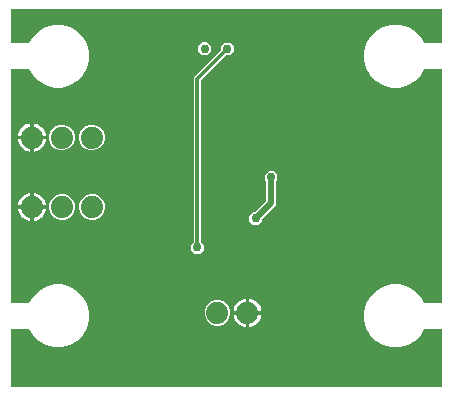
<source format=gbr>
G04 EAGLE Gerber RS-274X export*
G75*
%MOMM*%
%FSLAX34Y34*%
%LPD*%
%INBottom Copper*%
%IPPOS*%
%AMOC8*
5,1,8,0,0,1.08239X$1,22.5*%
G01*
%ADD10C,1.879600*%
%ADD11C,0.756400*%
%ADD12C,0.508000*%
%ADD13C,0.304800*%

G36*
X374898Y10164D02*
X374898Y10164D01*
X374917Y10162D01*
X375019Y10184D01*
X375121Y10200D01*
X375138Y10210D01*
X375158Y10214D01*
X375247Y10267D01*
X375338Y10316D01*
X375352Y10330D01*
X375369Y10340D01*
X375436Y10419D01*
X375508Y10494D01*
X375516Y10512D01*
X375529Y10527D01*
X375568Y10623D01*
X375611Y10717D01*
X375613Y10737D01*
X375621Y10755D01*
X375639Y10922D01*
X375639Y58428D01*
X375636Y58448D01*
X375638Y58467D01*
X375616Y58569D01*
X375600Y58671D01*
X375590Y58688D01*
X375586Y58708D01*
X375533Y58797D01*
X375484Y58888D01*
X375470Y58902D01*
X375460Y58919D01*
X375381Y58986D01*
X375306Y59058D01*
X375288Y59066D01*
X375273Y59079D01*
X375177Y59118D01*
X375083Y59161D01*
X375063Y59163D01*
X375045Y59171D01*
X374878Y59189D01*
X360795Y59189D01*
X360728Y59178D01*
X360660Y59177D01*
X360607Y59159D01*
X360552Y59150D01*
X360492Y59118D01*
X360428Y59095D01*
X360384Y59061D01*
X360335Y59034D01*
X360288Y58986D01*
X360235Y58944D01*
X360188Y58880D01*
X360165Y58856D01*
X360156Y58837D01*
X360135Y58809D01*
X357142Y53624D01*
X352176Y48658D01*
X346095Y45147D01*
X339311Y43329D01*
X332289Y43329D01*
X325505Y45147D01*
X319424Y48658D01*
X314458Y53624D01*
X310947Y59705D01*
X309129Y66489D01*
X309129Y73511D01*
X310947Y80295D01*
X314458Y86376D01*
X319424Y91342D01*
X325505Y94853D01*
X332289Y96671D01*
X339311Y96671D01*
X346095Y94853D01*
X352176Y91342D01*
X357142Y86376D01*
X360135Y81191D01*
X360178Y81139D01*
X360213Y81081D01*
X360256Y81044D01*
X360291Y81001D01*
X360348Y80965D01*
X360400Y80921D01*
X360452Y80900D01*
X360500Y80870D01*
X360565Y80854D01*
X360628Y80829D01*
X360707Y80820D01*
X360739Y80813D01*
X360759Y80815D01*
X360795Y80811D01*
X374878Y80811D01*
X374898Y80814D01*
X374917Y80812D01*
X375019Y80834D01*
X375121Y80850D01*
X375138Y80860D01*
X375158Y80864D01*
X375247Y80917D01*
X375338Y80966D01*
X375352Y80980D01*
X375369Y80990D01*
X375436Y81069D01*
X375508Y81144D01*
X375516Y81162D01*
X375529Y81177D01*
X375568Y81273D01*
X375611Y81367D01*
X375613Y81387D01*
X375621Y81405D01*
X375639Y81572D01*
X375639Y278428D01*
X375636Y278448D01*
X375638Y278467D01*
X375616Y278569D01*
X375600Y278671D01*
X375590Y278688D01*
X375586Y278708D01*
X375533Y278797D01*
X375484Y278888D01*
X375470Y278902D01*
X375460Y278919D01*
X375381Y278986D01*
X375306Y279058D01*
X375288Y279066D01*
X375273Y279079D01*
X375177Y279118D01*
X375083Y279161D01*
X375063Y279163D01*
X375045Y279171D01*
X374878Y279189D01*
X360795Y279189D01*
X360728Y279178D01*
X360660Y279177D01*
X360607Y279159D01*
X360552Y279150D01*
X360492Y279118D01*
X360428Y279095D01*
X360384Y279061D01*
X360335Y279034D01*
X360288Y278986D01*
X360235Y278944D01*
X360188Y278880D01*
X360165Y278856D01*
X360156Y278837D01*
X360135Y278809D01*
X357142Y273624D01*
X352176Y268658D01*
X346095Y265147D01*
X339311Y263329D01*
X332289Y263329D01*
X325505Y265147D01*
X319424Y268658D01*
X314458Y273624D01*
X310947Y279705D01*
X309129Y286489D01*
X309129Y293511D01*
X310947Y300295D01*
X314458Y306376D01*
X319424Y311342D01*
X325505Y314853D01*
X332289Y316671D01*
X339311Y316671D01*
X346095Y314853D01*
X352176Y311342D01*
X357142Y306376D01*
X360135Y301191D01*
X360178Y301139D01*
X360213Y301081D01*
X360256Y301044D01*
X360291Y301001D01*
X360348Y300965D01*
X360400Y300921D01*
X360452Y300900D01*
X360500Y300870D01*
X360565Y300854D01*
X360628Y300829D01*
X360707Y300820D01*
X360739Y300813D01*
X360759Y300815D01*
X360795Y300811D01*
X374878Y300811D01*
X374898Y300814D01*
X374917Y300812D01*
X375019Y300834D01*
X375121Y300850D01*
X375138Y300860D01*
X375158Y300864D01*
X375247Y300917D01*
X375338Y300966D01*
X375352Y300980D01*
X375369Y300990D01*
X375436Y301069D01*
X375508Y301144D01*
X375516Y301162D01*
X375529Y301177D01*
X375568Y301273D01*
X375611Y301367D01*
X375613Y301387D01*
X375621Y301405D01*
X375639Y301572D01*
X375639Y329078D01*
X375636Y329098D01*
X375638Y329117D01*
X375616Y329219D01*
X375600Y329321D01*
X375590Y329338D01*
X375586Y329358D01*
X375533Y329447D01*
X375484Y329538D01*
X375470Y329552D01*
X375460Y329569D01*
X375381Y329636D01*
X375306Y329708D01*
X375288Y329716D01*
X375273Y329729D01*
X375177Y329768D01*
X375083Y329811D01*
X375063Y329813D01*
X375045Y329821D01*
X374878Y329839D01*
X10922Y329839D01*
X10902Y329836D01*
X10883Y329838D01*
X10781Y329816D01*
X10679Y329800D01*
X10662Y329790D01*
X10642Y329786D01*
X10553Y329733D01*
X10462Y329684D01*
X10448Y329670D01*
X10431Y329660D01*
X10364Y329581D01*
X10292Y329506D01*
X10284Y329488D01*
X10271Y329473D01*
X10232Y329377D01*
X10189Y329283D01*
X10187Y329263D01*
X10179Y329245D01*
X10161Y329078D01*
X10161Y301572D01*
X10164Y301552D01*
X10162Y301533D01*
X10184Y301431D01*
X10200Y301329D01*
X10210Y301312D01*
X10214Y301292D01*
X10267Y301203D01*
X10316Y301112D01*
X10330Y301098D01*
X10340Y301081D01*
X10419Y301014D01*
X10494Y300942D01*
X10512Y300934D01*
X10527Y300921D01*
X10623Y300882D01*
X10717Y300839D01*
X10737Y300837D01*
X10755Y300829D01*
X10922Y300811D01*
X25005Y300811D01*
X25072Y300822D01*
X25140Y300823D01*
X25193Y300841D01*
X25248Y300850D01*
X25308Y300882D01*
X25372Y300905D01*
X25416Y300939D01*
X25465Y300966D01*
X25512Y301014D01*
X25565Y301056D01*
X25612Y301120D01*
X25635Y301144D01*
X25644Y301163D01*
X25665Y301191D01*
X28658Y306376D01*
X33624Y311342D01*
X39705Y314853D01*
X46489Y316671D01*
X53511Y316671D01*
X60295Y314853D01*
X66376Y311342D01*
X71342Y306376D01*
X74853Y300295D01*
X76671Y293511D01*
X76671Y286489D01*
X74853Y279705D01*
X71342Y273624D01*
X66376Y268658D01*
X60295Y265147D01*
X53511Y263329D01*
X46489Y263329D01*
X39705Y265147D01*
X33624Y268658D01*
X28658Y273624D01*
X25665Y278809D01*
X25622Y278861D01*
X25587Y278919D01*
X25544Y278956D01*
X25509Y278999D01*
X25452Y279035D01*
X25400Y279079D01*
X25348Y279100D01*
X25300Y279130D01*
X25235Y279146D01*
X25172Y279171D01*
X25093Y279180D01*
X25061Y279187D01*
X25041Y279185D01*
X25005Y279189D01*
X10922Y279189D01*
X10902Y279186D01*
X10883Y279188D01*
X10781Y279166D01*
X10679Y279150D01*
X10662Y279140D01*
X10642Y279136D01*
X10553Y279083D01*
X10462Y279034D01*
X10448Y279020D01*
X10431Y279010D01*
X10364Y278931D01*
X10292Y278856D01*
X10284Y278838D01*
X10271Y278823D01*
X10232Y278727D01*
X10189Y278633D01*
X10187Y278613D01*
X10179Y278595D01*
X10161Y278428D01*
X10161Y81572D01*
X10164Y81552D01*
X10162Y81533D01*
X10184Y81431D01*
X10200Y81329D01*
X10210Y81312D01*
X10214Y81292D01*
X10267Y81203D01*
X10316Y81112D01*
X10330Y81098D01*
X10340Y81081D01*
X10419Y81014D01*
X10494Y80942D01*
X10512Y80934D01*
X10527Y80921D01*
X10623Y80882D01*
X10717Y80839D01*
X10737Y80837D01*
X10755Y80829D01*
X10922Y80811D01*
X25005Y80811D01*
X25072Y80822D01*
X25140Y80823D01*
X25193Y80841D01*
X25248Y80850D01*
X25308Y80882D01*
X25372Y80905D01*
X25416Y80939D01*
X25465Y80966D01*
X25512Y81014D01*
X25565Y81056D01*
X25612Y81120D01*
X25635Y81144D01*
X25644Y81163D01*
X25665Y81191D01*
X28658Y86376D01*
X33624Y91342D01*
X39705Y94853D01*
X46489Y96671D01*
X53511Y96671D01*
X60295Y94853D01*
X66376Y91342D01*
X71342Y86376D01*
X74853Y80295D01*
X76671Y73511D01*
X76671Y66489D01*
X74853Y59705D01*
X71342Y53624D01*
X66376Y48658D01*
X60295Y45147D01*
X53511Y43329D01*
X46489Y43329D01*
X39705Y45147D01*
X33624Y48658D01*
X28658Y53624D01*
X25665Y58809D01*
X25622Y58861D01*
X25587Y58919D01*
X25544Y58956D01*
X25509Y58999D01*
X25452Y59035D01*
X25400Y59079D01*
X25348Y59100D01*
X25300Y59130D01*
X25235Y59146D01*
X25172Y59171D01*
X25093Y59180D01*
X25061Y59187D01*
X25041Y59185D01*
X25005Y59189D01*
X10922Y59189D01*
X10902Y59186D01*
X10883Y59188D01*
X10781Y59166D01*
X10679Y59150D01*
X10662Y59140D01*
X10642Y59136D01*
X10553Y59083D01*
X10462Y59034D01*
X10448Y59020D01*
X10431Y59010D01*
X10364Y58931D01*
X10292Y58856D01*
X10284Y58838D01*
X10271Y58823D01*
X10232Y58727D01*
X10189Y58633D01*
X10187Y58613D01*
X10179Y58595D01*
X10161Y58428D01*
X10161Y10922D01*
X10164Y10902D01*
X10162Y10883D01*
X10184Y10781D01*
X10200Y10679D01*
X10210Y10662D01*
X10214Y10642D01*
X10267Y10553D01*
X10316Y10462D01*
X10330Y10448D01*
X10340Y10431D01*
X10419Y10364D01*
X10494Y10292D01*
X10512Y10284D01*
X10527Y10271D01*
X10623Y10232D01*
X10717Y10189D01*
X10737Y10187D01*
X10755Y10179D01*
X10922Y10161D01*
X374878Y10161D01*
X374898Y10164D01*
G37*
%LPC*%
G36*
X165950Y122709D02*
X165950Y122709D01*
X162841Y125818D01*
X162841Y130214D01*
X164876Y132249D01*
X164929Y132323D01*
X164989Y132393D01*
X165001Y132423D01*
X165020Y132449D01*
X165047Y132536D01*
X165081Y132621D01*
X165085Y132662D01*
X165092Y132684D01*
X165091Y132716D01*
X165099Y132787D01*
X165099Y271773D01*
X188018Y294692D01*
X188071Y294766D01*
X188131Y294835D01*
X188143Y294865D01*
X188162Y294892D01*
X188189Y294979D01*
X188223Y295063D01*
X188227Y295104D01*
X188234Y295127D01*
X188233Y295159D01*
X188241Y295230D01*
X188241Y298108D01*
X191350Y301217D01*
X195746Y301217D01*
X198855Y298108D01*
X198855Y293712D01*
X195746Y290603D01*
X192868Y290603D01*
X192778Y290589D01*
X192687Y290581D01*
X192657Y290569D01*
X192625Y290564D01*
X192545Y290521D01*
X192461Y290485D01*
X192429Y290459D01*
X192408Y290448D01*
X192386Y290425D01*
X192330Y290380D01*
X171420Y269470D01*
X171367Y269396D01*
X171307Y269327D01*
X171295Y269297D01*
X171276Y269270D01*
X171249Y269183D01*
X171215Y269099D01*
X171211Y269058D01*
X171204Y269035D01*
X171205Y269003D01*
X171197Y268932D01*
X171197Y132787D01*
X171211Y132697D01*
X171219Y132606D01*
X171231Y132577D01*
X171236Y132545D01*
X171279Y132464D01*
X171315Y132380D01*
X171341Y132348D01*
X171352Y132327D01*
X171375Y132305D01*
X171420Y132249D01*
X173455Y130214D01*
X173455Y125818D01*
X170346Y122709D01*
X165950Y122709D01*
G37*
%LPD*%
%LPC*%
G36*
X215226Y147347D02*
X215226Y147347D01*
X212117Y150456D01*
X212117Y154852D01*
X215226Y157961D01*
X216667Y157961D01*
X216757Y157975D01*
X216848Y157983D01*
X216878Y157995D01*
X216910Y158000D01*
X216990Y158043D01*
X217074Y158079D01*
X217106Y158105D01*
X217127Y158116D01*
X217149Y158139D01*
X217205Y158184D01*
X226344Y167323D01*
X226397Y167397D01*
X226457Y167466D01*
X226469Y167496D01*
X226488Y167522D01*
X226515Y167609D01*
X226549Y167694D01*
X226553Y167735D01*
X226560Y167758D01*
X226559Y167790D01*
X226567Y167861D01*
X226567Y183697D01*
X226553Y183787D01*
X226545Y183878D01*
X226533Y183907D01*
X226528Y183939D01*
X226485Y184020D01*
X226449Y184104D01*
X226423Y184136D01*
X226412Y184157D01*
X226389Y184179D01*
X226344Y184235D01*
X225325Y185254D01*
X225325Y189650D01*
X228434Y192759D01*
X232830Y192759D01*
X235939Y189650D01*
X235939Y185254D01*
X234920Y184235D01*
X234873Y184170D01*
X234858Y184154D01*
X234854Y184147D01*
X234807Y184091D01*
X234795Y184061D01*
X234776Y184035D01*
X234749Y183948D01*
X234715Y183863D01*
X234711Y183822D01*
X234704Y183800D01*
X234705Y183768D01*
X234697Y183697D01*
X234697Y164178D01*
X222954Y152435D01*
X222901Y152361D01*
X222841Y152292D01*
X222829Y152262D01*
X222810Y152236D01*
X222783Y152149D01*
X222749Y152064D01*
X222745Y152023D01*
X222738Y152000D01*
X222739Y151968D01*
X222731Y151897D01*
X222731Y150456D01*
X219622Y147347D01*
X215226Y147347D01*
G37*
%LPD*%
%LPC*%
G36*
X182993Y61721D02*
X182993Y61721D01*
X178979Y63384D01*
X175906Y66457D01*
X174243Y70471D01*
X174243Y74817D01*
X175906Y78831D01*
X178979Y81904D01*
X182993Y83567D01*
X187339Y83567D01*
X191353Y81904D01*
X194426Y78831D01*
X196089Y74817D01*
X196089Y70471D01*
X194426Y66457D01*
X191353Y63384D01*
X187339Y61721D01*
X182993Y61721D01*
G37*
%LPD*%
%LPC*%
G36*
X76567Y210057D02*
X76567Y210057D01*
X72553Y211720D01*
X69480Y214793D01*
X67817Y218807D01*
X67817Y223153D01*
X69480Y227167D01*
X72553Y230240D01*
X76567Y231903D01*
X80913Y231903D01*
X84927Y230240D01*
X88000Y227167D01*
X89663Y223153D01*
X89663Y218807D01*
X88000Y214793D01*
X84927Y211720D01*
X80913Y210057D01*
X76567Y210057D01*
G37*
%LPD*%
%LPC*%
G36*
X51167Y210057D02*
X51167Y210057D01*
X47153Y211720D01*
X44080Y214793D01*
X42417Y218807D01*
X42417Y223153D01*
X44080Y227167D01*
X47153Y230240D01*
X51167Y231903D01*
X55513Y231903D01*
X59527Y230240D01*
X62600Y227167D01*
X64263Y223153D01*
X64263Y218807D01*
X62600Y214793D01*
X59527Y211720D01*
X55513Y210057D01*
X51167Y210057D01*
G37*
%LPD*%
%LPC*%
G36*
X76821Y151383D02*
X76821Y151383D01*
X72807Y153046D01*
X69734Y156119D01*
X68071Y160133D01*
X68071Y164479D01*
X69734Y168493D01*
X72807Y171566D01*
X76821Y173229D01*
X81167Y173229D01*
X85181Y171566D01*
X88254Y168493D01*
X89917Y164479D01*
X89917Y160133D01*
X88254Y156119D01*
X85181Y153046D01*
X81167Y151383D01*
X76821Y151383D01*
G37*
%LPD*%
%LPC*%
G36*
X51421Y151383D02*
X51421Y151383D01*
X47407Y153046D01*
X44334Y156119D01*
X42671Y160133D01*
X42671Y164479D01*
X44334Y168493D01*
X47407Y171566D01*
X51421Y173229D01*
X55767Y173229D01*
X59781Y171566D01*
X62854Y168493D01*
X64517Y164479D01*
X64517Y160133D01*
X62854Y156119D01*
X59781Y153046D01*
X55767Y151383D01*
X51421Y151383D01*
G37*
%LPD*%
%LPC*%
G36*
X172046Y290857D02*
X172046Y290857D01*
X168937Y293966D01*
X168937Y298362D01*
X172046Y301471D01*
X176442Y301471D01*
X179551Y298362D01*
X179551Y293966D01*
X176442Y290857D01*
X172046Y290857D01*
G37*
%LPD*%
%LPC*%
G36*
X29717Y163829D02*
X29717Y163829D01*
X29717Y174152D01*
X30990Y173951D01*
X32777Y173370D01*
X34451Y172517D01*
X35972Y171412D01*
X37300Y170084D01*
X38405Y168563D01*
X39258Y166889D01*
X39839Y165102D01*
X40040Y163829D01*
X29717Y163829D01*
G37*
%LPD*%
%LPC*%
G36*
X212089Y74167D02*
X212089Y74167D01*
X212089Y84490D01*
X213362Y84289D01*
X215149Y83708D01*
X216823Y82855D01*
X218344Y81750D01*
X219672Y80422D01*
X220777Y78901D01*
X221630Y77227D01*
X222211Y75440D01*
X222412Y74167D01*
X212089Y74167D01*
G37*
%LPD*%
%LPC*%
G36*
X29463Y222503D02*
X29463Y222503D01*
X29463Y232826D01*
X30736Y232625D01*
X32523Y232044D01*
X34197Y231191D01*
X35718Y230086D01*
X37046Y228758D01*
X38151Y227237D01*
X39004Y225563D01*
X39585Y223776D01*
X39786Y222503D01*
X29463Y222503D01*
G37*
%LPD*%
%LPC*%
G36*
X212089Y71121D02*
X212089Y71121D01*
X222412Y71121D01*
X222211Y69848D01*
X221630Y68061D01*
X220777Y66387D01*
X219672Y64866D01*
X218344Y63538D01*
X216823Y62433D01*
X215149Y61580D01*
X213362Y60999D01*
X212089Y60798D01*
X212089Y71121D01*
G37*
%LPD*%
%LPC*%
G36*
X16348Y163829D02*
X16348Y163829D01*
X16549Y165102D01*
X17130Y166889D01*
X17983Y168563D01*
X19088Y170084D01*
X20416Y171412D01*
X21937Y172517D01*
X23611Y173370D01*
X25398Y173951D01*
X26671Y174152D01*
X26671Y163829D01*
X16348Y163829D01*
G37*
%LPD*%
%LPC*%
G36*
X16094Y222503D02*
X16094Y222503D01*
X16295Y223776D01*
X16876Y225563D01*
X17729Y227237D01*
X18834Y228758D01*
X20162Y230086D01*
X21683Y231191D01*
X23357Y232044D01*
X25144Y232625D01*
X26417Y232826D01*
X26417Y222503D01*
X16094Y222503D01*
G37*
%LPD*%
%LPC*%
G36*
X29463Y219457D02*
X29463Y219457D01*
X39786Y219457D01*
X39585Y218184D01*
X39004Y216397D01*
X38151Y214723D01*
X37046Y213202D01*
X35718Y211874D01*
X34197Y210769D01*
X32523Y209916D01*
X30736Y209335D01*
X29463Y209134D01*
X29463Y219457D01*
G37*
%LPD*%
%LPC*%
G36*
X29717Y160783D02*
X29717Y160783D01*
X40040Y160783D01*
X39839Y159510D01*
X39258Y157723D01*
X38405Y156049D01*
X37300Y154528D01*
X35972Y153200D01*
X34451Y152095D01*
X32777Y151242D01*
X30990Y150661D01*
X29717Y150460D01*
X29717Y160783D01*
G37*
%LPD*%
%LPC*%
G36*
X198720Y74167D02*
X198720Y74167D01*
X198921Y75440D01*
X199502Y77227D01*
X200355Y78901D01*
X201460Y80422D01*
X202788Y81750D01*
X204309Y82855D01*
X205983Y83708D01*
X207770Y84289D01*
X209043Y84490D01*
X209043Y74167D01*
X198720Y74167D01*
G37*
%LPD*%
%LPC*%
G36*
X25398Y150661D02*
X25398Y150661D01*
X23611Y151242D01*
X21937Y152095D01*
X20416Y153200D01*
X19088Y154528D01*
X17983Y156049D01*
X17130Y157723D01*
X16549Y159510D01*
X16348Y160783D01*
X26671Y160783D01*
X26671Y150460D01*
X25398Y150661D01*
G37*
%LPD*%
%LPC*%
G36*
X25144Y209335D02*
X25144Y209335D01*
X23357Y209916D01*
X21683Y210769D01*
X20162Y211874D01*
X18834Y213202D01*
X17729Y214723D01*
X16876Y216397D01*
X16295Y218184D01*
X16094Y219457D01*
X26417Y219457D01*
X26417Y209134D01*
X25144Y209335D01*
G37*
%LPD*%
%LPC*%
G36*
X207770Y60999D02*
X207770Y60999D01*
X205983Y61580D01*
X204309Y62433D01*
X202788Y63538D01*
X201460Y64866D01*
X200355Y66387D01*
X199502Y68061D01*
X198921Y69848D01*
X198720Y71121D01*
X209043Y71121D01*
X209043Y60798D01*
X207770Y60999D01*
G37*
%LPD*%
%LPC*%
G36*
X28193Y162305D02*
X28193Y162305D01*
X28193Y162307D01*
X28195Y162307D01*
X28195Y162305D01*
X28193Y162305D01*
G37*
%LPD*%
%LPC*%
G36*
X27939Y220979D02*
X27939Y220979D01*
X27939Y220981D01*
X27941Y220981D01*
X27941Y220979D01*
X27939Y220979D01*
G37*
%LPD*%
%LPC*%
G36*
X210565Y72643D02*
X210565Y72643D01*
X210565Y72645D01*
X210567Y72645D01*
X210567Y72643D01*
X210565Y72643D01*
G37*
%LPD*%
D10*
X28194Y162306D03*
X53594Y162306D03*
X78994Y162306D03*
X27940Y220980D03*
X53340Y220980D03*
X78740Y220980D03*
X185166Y72644D03*
X210566Y72644D03*
D11*
X89916Y264922D03*
X261620Y253238D03*
X70612Y112014D03*
X247650Y114554D03*
X139700Y243586D03*
X324104Y146812D03*
X27940Y199644D03*
X230632Y187452D03*
X217424Y152654D03*
D12*
X230632Y165862D02*
X230632Y187452D01*
X230632Y165862D02*
X217424Y152654D01*
D11*
X174244Y296164D03*
X193548Y295910D03*
X168148Y128016D03*
D13*
X168148Y270510D01*
X193548Y295910D01*
M02*

</source>
